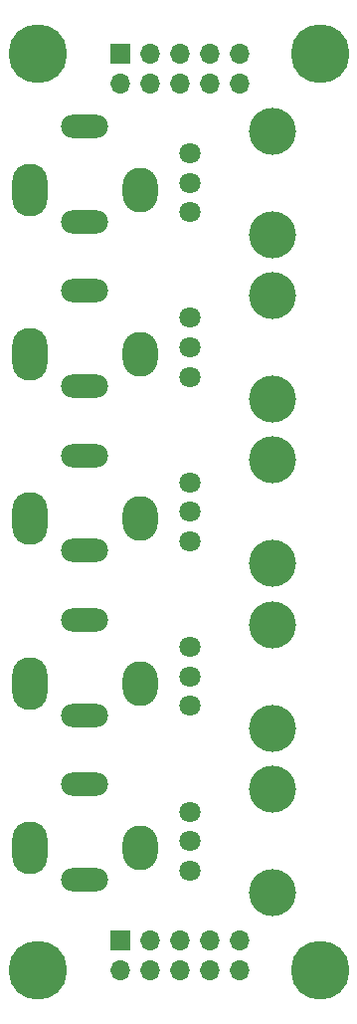
<source format=gbr>
%TF.GenerationSoftware,KiCad,Pcbnew,(6.0.1)*%
%TF.CreationDate,2022-09-28T06:53:29-04:00*%
%TF.ProjectId,SYNTH-PANEL5-01,53594e54-482d-4504-914e-454c352d3031,1*%
%TF.SameCoordinates,Original*%
%TF.FileFunction,Soldermask,Bot*%
%TF.FilePolarity,Negative*%
%FSLAX46Y46*%
G04 Gerber Fmt 4.6, Leading zero omitted, Abs format (unit mm)*
G04 Created by KiCad (PCBNEW (6.0.1)) date 2022-09-28 06:53:29*
%MOMM*%
%LPD*%
G01*
G04 APERTURE LIST*
%ADD10C,4.000000*%
%ADD11C,1.800000*%
%ADD12O,3.000000X4.500000*%
%ADD13O,3.000000X3.800000*%
%ADD14O,4.000000X2.000000*%
%ADD15C,5.000000*%
%ADD16R,1.700000X1.700000*%
%ADD17O,1.700000X1.700000*%
G04 APERTURE END LIST*
D10*
%TO.C,RV5*%
X22950000Y-74400000D03*
X22950000Y-65600000D03*
D11*
X15950000Y-72500000D03*
X15950000Y-70000000D03*
X15950000Y-67500000D03*
%TD*%
D10*
%TO.C,RV1*%
X22950000Y-18400000D03*
X22950000Y-9600000D03*
D11*
X15950000Y-16500000D03*
X15950000Y-14000000D03*
X15950000Y-11500000D03*
%TD*%
D10*
%TO.C,RV3*%
X22950000Y-37600000D03*
X22950000Y-46400000D03*
D11*
X15950000Y-44500000D03*
X15950000Y-42000000D03*
X15950000Y-39500000D03*
%TD*%
D12*
%TO.C,J5*%
X2300000Y-70600000D03*
D13*
X11700000Y-70600000D03*
D14*
X7000000Y-65200000D03*
X7000000Y-73300000D03*
%TD*%
D15*
%TO.C,MTG3*%
X3000000Y-3000000D03*
%TD*%
%TO.C,MTG2*%
X27000000Y-81000000D03*
%TD*%
D12*
%TO.C,J2*%
X2300000Y-28600000D03*
D13*
X11700000Y-28600000D03*
D14*
X7000000Y-23200000D03*
X7000000Y-31300000D03*
%TD*%
D13*
%TO.C,J1*%
X11700000Y-14600000D03*
D12*
X2300000Y-14600000D03*
D14*
X7000000Y-9200000D03*
X7000000Y-17300000D03*
%TD*%
D12*
%TO.C,J4*%
X2300000Y-56600000D03*
D13*
X11700000Y-56600000D03*
D14*
X7000000Y-51200000D03*
X7000000Y-59300000D03*
%TD*%
D10*
%TO.C,RV2*%
X22950000Y-32400000D03*
X22950000Y-23600000D03*
D11*
X15950000Y-30500000D03*
X15950000Y-28000000D03*
X15950000Y-25500000D03*
%TD*%
D15*
%TO.C,MTG4*%
X27000000Y-3000000D03*
%TD*%
D10*
%TO.C,RV4*%
X22950000Y-60400000D03*
X22950000Y-51600000D03*
D11*
X15950000Y-58500000D03*
X15950000Y-56000000D03*
X15950000Y-53500000D03*
%TD*%
D15*
%TO.C,MTG1*%
X3000000Y-81000000D03*
%TD*%
D13*
%TO.C,J3*%
X11700000Y-42600000D03*
D12*
X2300000Y-42600000D03*
D14*
X7000000Y-37200000D03*
X7000000Y-45300000D03*
%TD*%
D16*
%TO.C,J6*%
X10000000Y-3000000D03*
D17*
X10000000Y-5540000D03*
X12540000Y-3000000D03*
X12540000Y-5540000D03*
X15080000Y-3000000D03*
X15080000Y-5540000D03*
X17620000Y-3000000D03*
X17620000Y-5540000D03*
X20160000Y-3000000D03*
X20160000Y-5540000D03*
%TD*%
D16*
%TO.C,J7*%
X10000000Y-78460000D03*
D17*
X10000000Y-81000000D03*
X12540000Y-78460000D03*
X12540000Y-81000000D03*
X15080000Y-78460000D03*
X15080000Y-81000000D03*
X17620000Y-78460000D03*
X17620000Y-81000000D03*
X20160000Y-78460000D03*
X20160000Y-81000000D03*
%TD*%
M02*

</source>
